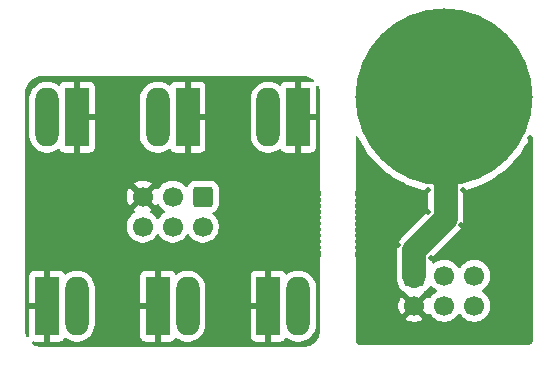
<source format=gtl>
%TF.GenerationSoftware,KiCad,Pcbnew,9.0.0*%
%TF.CreationDate,2025-02-27T10:50:10-06:00*%
%TF.ProjectId,SAO-CR1616,53414f2d-4352-4313-9631-362e6b696361,rev?*%
%TF.SameCoordinates,Original*%
%TF.FileFunction,Copper,L1,Top*%
%TF.FilePolarity,Positive*%
%FSLAX46Y46*%
G04 Gerber Fmt 4.6, Leading zero omitted, Abs format (unit mm)*
G04 Created by KiCad (PCBNEW 9.0.0) date 2025-02-27 10:50:10*
%MOMM*%
%LPD*%
G01*
G04 APERTURE LIST*
G04 Aperture macros list*
%AMRoundRect*
0 Rectangle with rounded corners*
0 $1 Rounding radius*
0 $2 $3 $4 $5 $6 $7 $8 $9 X,Y pos of 4 corners*
0 Add a 4 corners polygon primitive as box body*
4,1,4,$2,$3,$4,$5,$6,$7,$8,$9,$2,$3,0*
0 Add four circle primitives for the rounded corners*
1,1,$1+$1,$2,$3*
1,1,$1+$1,$4,$5*
1,1,$1+$1,$6,$7*
1,1,$1+$1,$8,$9*
0 Add four rect primitives between the rounded corners*
20,1,$1+$1,$2,$3,$4,$5,0*
20,1,$1+$1,$4,$5,$6,$7,0*
20,1,$1+$1,$6,$7,$8,$9,0*
20,1,$1+$1,$8,$9,$2,$3,0*%
G04 Aperture macros list end*
%TA.AperFunction,ComponentPad*%
%ADD10RoundRect,0.250000X-0.600000X0.600000X-0.600000X-0.600000X0.600000X-0.600000X0.600000X0.600000X0*%
%TD*%
%TA.AperFunction,ComponentPad*%
%ADD11C,1.700000*%
%TD*%
%TA.AperFunction,SMDPad,CuDef*%
%ADD12C,4.000000*%
%TD*%
%TA.AperFunction,ComponentPad*%
%ADD13R,2.000000X5.000000*%
%TD*%
%TA.AperFunction,ComponentPad*%
%ADD14O,2.000000X5.000000*%
%TD*%
%TA.AperFunction,SMDPad,CuDef*%
%ADD15C,15.000000*%
%TD*%
%TA.AperFunction,ViaPad*%
%ADD16C,0.500000*%
%TD*%
%TA.AperFunction,Conductor*%
%ADD17C,2.000000*%
%TD*%
G04 APERTURE END LIST*
D10*
%TO.P,J3,1,GPIO1*%
%TO.N,unconnected-(J3-GPIO1-Pad1)*%
X52540000Y-148730000D03*
D11*
%TO.P,J3,2,GPIO2*%
%TO.N,unconnected-(J3-GPIO2-Pad2)*%
X52540000Y-151270000D03*
%TO.P,J3,3,SDA*%
%TO.N,unconnected-(J3-SDA-Pad3)*%
X50000000Y-148730000D03*
%TO.P,J3,4,SCL*%
%TO.N,unconnected-(J3-SCL-Pad4)*%
X50000000Y-151270000D03*
%TO.P,J3,5,3V3*%
%TO.N,+3V0*%
X47460001Y-148730000D03*
%TO.P,J3,6,GND*%
%TO.N,GND*%
X47460000Y-151270000D03*
%TD*%
D12*
%TO.P,B4,1,1*%
%TO.N,+3V0*%
X72985106Y-140336892D03*
%TD*%
D13*
%TO.P,P5,1,Pin_1*%
%TO.N,+3V0*%
X48720000Y-158000000D03*
D14*
%TO.P,P5,2,Pin_2*%
%TO.N,GND*%
X51260000Y-158000000D03*
%TD*%
D15*
%TO.P,SAO-P1,1,1*%
%TO.N,+3V0*%
X72985106Y-140336892D03*
%TD*%
D13*
%TO.P,P4,1,Pin_1*%
%TO.N,+3V0*%
X58085000Y-158000000D03*
D14*
%TO.P,P4,2,Pin_2*%
%TO.N,GND*%
X60625000Y-158000000D03*
%TD*%
D10*
%TO.P,J2,1,3V3*%
%TO.N,+3V0*%
X70455107Y-155436892D03*
D11*
%TO.P,J2,2,GND*%
%TO.N,GND*%
X70455107Y-157976892D03*
%TO.P,J2,3,SDA*%
%TO.N,unconnected-(J2-SDA-Pad3)*%
X72995107Y-155436892D03*
%TO.P,J2,4,SCL*%
%TO.N,unconnected-(J2-SCL-Pad4)*%
X72995107Y-157976892D03*
%TO.P,J2,5,GPIO1*%
%TO.N,unconnected-(J2-GPIO1-Pad5)*%
X75535106Y-155436892D03*
%TO.P,J2,6,GPIO2*%
%TO.N,unconnected-(J2-GPIO2-Pad6)*%
X75535107Y-157976892D03*
%TD*%
D13*
%TO.P,P1,1,Pin_1*%
%TO.N,+3V0*%
X41905000Y-142000000D03*
D14*
%TO.P,P1,2,Pin_2*%
%TO.N,GND*%
X39365000Y-142000000D03*
%TD*%
D13*
%TO.P,P3,1,Pin_1*%
%TO.N,+3V0*%
X60635000Y-142000000D03*
D14*
%TO.P,P3,2,Pin_2*%
%TO.N,GND*%
X58095000Y-142000000D03*
%TD*%
D13*
%TO.P,P2,1,Pin_1*%
%TO.N,+3V0*%
X51270000Y-142000000D03*
D14*
%TO.P,P2,2,Pin_2*%
%TO.N,GND*%
X48730000Y-142000000D03*
%TD*%
D13*
%TO.P,P6,1,Pin_1*%
%TO.N,+3V0*%
X39355000Y-158000000D03*
D14*
%TO.P,P6,2,Pin_2*%
%TO.N,GND*%
X41895000Y-158000000D03*
%TD*%
D16*
%TO.N,GND*%
X69068969Y-152829303D03*
X71649108Y-148199549D03*
X79957106Y-161024892D03*
X74445400Y-151149409D03*
X80235107Y-143752893D03*
X65987108Y-161024892D03*
X74549106Y-148162580D03*
X65987107Y-145022891D03*
X71602803Y-150056586D03*
X71905107Y-153912893D03*
%TD*%
D17*
%TO.N,+3V0*%
X73099107Y-150610893D02*
X73099107Y-140450893D01*
X73099107Y-140450893D02*
X72985106Y-140336892D01*
X70455107Y-155436892D02*
X70455108Y-153254892D01*
X70455108Y-153254892D02*
X73099107Y-150610893D01*
%TD*%
%TA.AperFunction,Conductor*%
%TO.N,+3V0*%
G36*
X48575271Y-149491717D02*
G01*
X48575271Y-149491716D01*
X48614624Y-149437553D01*
X48619231Y-149428511D01*
X48667202Y-149377712D01*
X48735022Y-149360912D01*
X48801158Y-149383446D01*
X48840202Y-149428501D01*
X48844949Y-149437817D01*
X48969890Y-149609786D01*
X49120213Y-149760109D01*
X49292182Y-149885050D01*
X49300946Y-149889516D01*
X49351742Y-149937491D01*
X49368536Y-150005312D01*
X49345998Y-150071447D01*
X49300946Y-150110484D01*
X49292182Y-150114949D01*
X49120213Y-150239890D01*
X48969890Y-150390213D01*
X48844949Y-150562182D01*
X48840484Y-150570946D01*
X48792509Y-150621742D01*
X48724688Y-150638536D01*
X48658553Y-150615998D01*
X48619516Y-150570946D01*
X48615050Y-150562182D01*
X48490109Y-150390213D01*
X48339786Y-150239890D01*
X48167817Y-150114949D01*
X48158501Y-150110202D01*
X48107707Y-150062227D01*
X48090913Y-149994405D01*
X48113452Y-149928271D01*
X48158508Y-149889232D01*
X48167556Y-149884622D01*
X48221717Y-149845270D01*
X48221718Y-149845270D01*
X47589409Y-149212962D01*
X47652994Y-149195925D01*
X47767008Y-149130099D01*
X47860100Y-149037007D01*
X47925926Y-148922993D01*
X47942963Y-148859408D01*
X48575271Y-149491717D01*
G37*
%TD.AperFunction*%
%TA.AperFunction,Conductor*%
G36*
X61102967Y-138501839D02*
G01*
X61281356Y-138528269D01*
X61295273Y-138531154D01*
X61387463Y-138555856D01*
X61473802Y-138578992D01*
X61489160Y-138584206D01*
X61655226Y-138652992D01*
X61669774Y-138660166D01*
X61825445Y-138750043D01*
X61838928Y-138759052D01*
X61901023Y-138806699D01*
X61942226Y-138863125D01*
X61946381Y-138932871D01*
X61912169Y-138993792D01*
X61850452Y-139026545D01*
X61782205Y-139021256D01*
X61742383Y-139006404D01*
X61742372Y-139006401D01*
X61682844Y-139000000D01*
X60885000Y-139000000D01*
X60885000Y-141750000D01*
X62135000Y-141750000D01*
X62135000Y-139456332D01*
X62138174Y-139445519D01*
X62136970Y-139434314D01*
X62147843Y-139412592D01*
X62154685Y-139389293D01*
X62163200Y-139381914D01*
X62168246Y-139371835D01*
X62189136Y-139359440D01*
X62207489Y-139343538D01*
X62218643Y-139341934D01*
X62228335Y-139336184D01*
X62252605Y-139337050D01*
X62276647Y-139333594D01*
X62286898Y-139338275D01*
X62298160Y-139338678D01*
X62318108Y-139352528D01*
X62340203Y-139362619D01*
X62347785Y-139373134D01*
X62355552Y-139378527D01*
X62373561Y-139408880D01*
X62415792Y-139510837D01*
X62421006Y-139526195D01*
X62468843Y-139704722D01*
X62471729Y-139718641D01*
X62498161Y-139897029D01*
X62499500Y-139915204D01*
X62499500Y-148086895D01*
X62497198Y-148142369D01*
X62499500Y-148152647D01*
X62499500Y-148163182D01*
X62513202Y-148214318D01*
X62514419Y-148219267D01*
X62548263Y-148370382D01*
X62549452Y-148375726D01*
X62555122Y-148418781D01*
X62563592Y-148439232D01*
X62565938Y-148449766D01*
X62564304Y-148474294D01*
X62566931Y-148498735D01*
X62561729Y-148512936D01*
X62561294Y-148519481D01*
X62557417Y-148524712D01*
X62552290Y-148538713D01*
X62528795Y-148579408D01*
X62528793Y-148579413D01*
X62501500Y-148681273D01*
X62501500Y-148786727D01*
X62514780Y-148836287D01*
X62528793Y-148888586D01*
X62528794Y-148888589D01*
X62548084Y-148922000D01*
X62564557Y-148989900D01*
X62548084Y-149046000D01*
X62528794Y-149079410D01*
X62528793Y-149079413D01*
X62501500Y-149181273D01*
X62501500Y-149286727D01*
X62527416Y-149383446D01*
X62528793Y-149388586D01*
X62528794Y-149388589D01*
X62548084Y-149422000D01*
X62564557Y-149489900D01*
X62548084Y-149546000D01*
X62528794Y-149579410D01*
X62528793Y-149579413D01*
X62501500Y-149681273D01*
X62501500Y-149786727D01*
X62527846Y-149885050D01*
X62528793Y-149888586D01*
X62528794Y-149888589D01*
X62548084Y-149922000D01*
X62564557Y-149989900D01*
X62548084Y-150046000D01*
X62528794Y-150079410D01*
X62528793Y-150079413D01*
X62501500Y-150181273D01*
X62501500Y-150286726D01*
X62528793Y-150388586D01*
X62528794Y-150388589D01*
X62548084Y-150422000D01*
X62564557Y-150489900D01*
X62548084Y-150546000D01*
X62528794Y-150579410D01*
X62528793Y-150579413D01*
X62501500Y-150681273D01*
X62501500Y-150786726D01*
X62528793Y-150888586D01*
X62528794Y-150888589D01*
X62548084Y-150922000D01*
X62564557Y-150989900D01*
X62548084Y-151046000D01*
X62528794Y-151079410D01*
X62528793Y-151079413D01*
X62501500Y-151181273D01*
X62501500Y-151286727D01*
X62525498Y-151376287D01*
X62528793Y-151388586D01*
X62528794Y-151388589D01*
X62548084Y-151422000D01*
X62564557Y-151489900D01*
X62548084Y-151546000D01*
X62528794Y-151579410D01*
X62528793Y-151579413D01*
X62501500Y-151681273D01*
X62501500Y-151786727D01*
X62501952Y-151788412D01*
X62528793Y-151888586D01*
X62528794Y-151888589D01*
X62548084Y-151922000D01*
X62564557Y-151989900D01*
X62548084Y-152046000D01*
X62528794Y-152079410D01*
X62528793Y-152079413D01*
X62501500Y-152181273D01*
X62501500Y-152286727D01*
X62505085Y-152300104D01*
X62528793Y-152388586D01*
X62528794Y-152388589D01*
X62548084Y-152422000D01*
X62564557Y-152489900D01*
X62548084Y-152546000D01*
X62528794Y-152579410D01*
X62528793Y-152579413D01*
X62501500Y-152681273D01*
X62501500Y-152786727D01*
X62504461Y-152797775D01*
X62528793Y-152888586D01*
X62528794Y-152888589D01*
X62548084Y-152922000D01*
X62564557Y-152989900D01*
X62548084Y-153046000D01*
X62528794Y-153079410D01*
X62528793Y-153079413D01*
X62501500Y-153181273D01*
X62501500Y-153286727D01*
X62528793Y-153388587D01*
X62557773Y-153438783D01*
X62564632Y-153467054D01*
X62574227Y-153494513D01*
X62573099Y-153501956D01*
X62574246Y-153506680D01*
X62570977Y-153529657D01*
X62569095Y-153537513D01*
X62568738Y-153538197D01*
X62565925Y-153550751D01*
X62565719Y-153551615D01*
X62565383Y-153552199D01*
X62559691Y-153570186D01*
X62555123Y-153581213D01*
X62555122Y-153581219D01*
X62550166Y-153618856D01*
X62548229Y-153629767D01*
X62514427Y-153780691D01*
X62514428Y-153780692D01*
X62513866Y-153783202D01*
X62499500Y-153836821D01*
X62499500Y-153847348D01*
X62497198Y-153857627D01*
X62497198Y-153857632D01*
X62499393Y-153910525D01*
X62499500Y-153915666D01*
X62499500Y-160084794D01*
X62498161Y-160102967D01*
X62498161Y-160102969D01*
X62471729Y-160281357D01*
X62468843Y-160295276D01*
X62421006Y-160473803D01*
X62415792Y-160489161D01*
X62347007Y-160655224D01*
X62339833Y-160669772D01*
X62249957Y-160825442D01*
X62240946Y-160838928D01*
X62131521Y-160981535D01*
X62120826Y-160993730D01*
X61993730Y-161120826D01*
X61981535Y-161131521D01*
X61838931Y-161240944D01*
X61825445Y-161249955D01*
X61669774Y-161339832D01*
X61655226Y-161347006D01*
X61489160Y-161415792D01*
X61473802Y-161421006D01*
X61295276Y-161468843D01*
X61281357Y-161471729D01*
X61126284Y-161494706D01*
X61102967Y-161498161D01*
X61084794Y-161499500D01*
X38915205Y-161499500D01*
X38897031Y-161498161D01*
X38869430Y-161494071D01*
X38718641Y-161471729D01*
X38704722Y-161468843D01*
X38526195Y-161421006D01*
X38510837Y-161415792D01*
X38344774Y-161347007D01*
X38330226Y-161339833D01*
X38174556Y-161249957D01*
X38161070Y-161240946D01*
X38108435Y-161200558D01*
X38067232Y-161144130D01*
X38063077Y-161074384D01*
X38097289Y-161013464D01*
X38159006Y-160980711D01*
X38227257Y-160986001D01*
X38247622Y-160993597D01*
X38247627Y-160993598D01*
X38307155Y-160999999D01*
X38307172Y-161000000D01*
X39105000Y-161000000D01*
X39105000Y-158250000D01*
X37855000Y-158250000D01*
X37855000Y-160519526D01*
X37851825Y-160530337D01*
X37853030Y-160541543D01*
X37842156Y-160563264D01*
X37835315Y-160586565D01*
X37826800Y-160593943D01*
X37821755Y-160604022D01*
X37800863Y-160616417D01*
X37782511Y-160632320D01*
X37771357Y-160633923D01*
X37761666Y-160639674D01*
X37737394Y-160638807D01*
X37713353Y-160642264D01*
X37703101Y-160637582D01*
X37691841Y-160637180D01*
X37671892Y-160623329D01*
X37649797Y-160613239D01*
X37642215Y-160602725D01*
X37634448Y-160597332D01*
X37616439Y-160566978D01*
X37584206Y-160489160D01*
X37578992Y-160473802D01*
X37531155Y-160295277D01*
X37528269Y-160281356D01*
X37501839Y-160102967D01*
X37500500Y-160084794D01*
X37500500Y-157960504D01*
X39055000Y-157960504D01*
X39055000Y-158039496D01*
X39075444Y-158115796D01*
X39114940Y-158184205D01*
X39170795Y-158240060D01*
X39239204Y-158279556D01*
X39315504Y-158300000D01*
X39394496Y-158300000D01*
X39470796Y-158279556D01*
X39539205Y-158240060D01*
X39595060Y-158184205D01*
X39605000Y-158166988D01*
X39605000Y-161000000D01*
X40402828Y-161000000D01*
X40402844Y-160999999D01*
X40462372Y-160993598D01*
X40462379Y-160993596D01*
X40597086Y-160943354D01*
X40597093Y-160943350D01*
X40712187Y-160857190D01*
X40712190Y-160857187D01*
X40798350Y-160742093D01*
X40802604Y-160734304D01*
X40805883Y-160736094D01*
X40837118Y-160694276D01*
X40902556Y-160669789D01*
X40970845Y-160684566D01*
X40984410Y-160693137D01*
X41108567Y-160783343D01*
X41149313Y-160804104D01*
X41319003Y-160890566D01*
X41319005Y-160890566D01*
X41319008Y-160890568D01*
X41439412Y-160929689D01*
X41543631Y-160963553D01*
X41776903Y-161000500D01*
X41776908Y-161000500D01*
X42013097Y-161000500D01*
X42246368Y-160963553D01*
X42470992Y-160890568D01*
X42681433Y-160783343D01*
X42872510Y-160644517D01*
X42969183Y-160547844D01*
X47220000Y-160547844D01*
X47226401Y-160607372D01*
X47226403Y-160607379D01*
X47276645Y-160742086D01*
X47276649Y-160742093D01*
X47362809Y-160857187D01*
X47362812Y-160857190D01*
X47477906Y-160943350D01*
X47477913Y-160943354D01*
X47612620Y-160993596D01*
X47612627Y-160993598D01*
X47672155Y-160999999D01*
X47672172Y-161000000D01*
X48470000Y-161000000D01*
X48470000Y-158250000D01*
X47220000Y-158250000D01*
X47220000Y-160547844D01*
X42969183Y-160547844D01*
X43039517Y-160477510D01*
X43178343Y-160286433D01*
X43285568Y-160075992D01*
X43358553Y-159851368D01*
X43395500Y-159618097D01*
X43395500Y-157960504D01*
X48420000Y-157960504D01*
X48420000Y-158039496D01*
X48440444Y-158115796D01*
X48479940Y-158184205D01*
X48535795Y-158240060D01*
X48604204Y-158279556D01*
X48680504Y-158300000D01*
X48759496Y-158300000D01*
X48835796Y-158279556D01*
X48904205Y-158240060D01*
X48960060Y-158184205D01*
X48970000Y-158166988D01*
X48970000Y-161000000D01*
X49767828Y-161000000D01*
X49767844Y-160999999D01*
X49827372Y-160993598D01*
X49827379Y-160993596D01*
X49962086Y-160943354D01*
X49962093Y-160943350D01*
X50077187Y-160857190D01*
X50077190Y-160857187D01*
X50163350Y-160742093D01*
X50167604Y-160734304D01*
X50170883Y-160736094D01*
X50202118Y-160694276D01*
X50267556Y-160669789D01*
X50335845Y-160684566D01*
X50349410Y-160693137D01*
X50473567Y-160783343D01*
X50514313Y-160804104D01*
X50684003Y-160890566D01*
X50684005Y-160890566D01*
X50684008Y-160890568D01*
X50804412Y-160929689D01*
X50908631Y-160963553D01*
X51141903Y-161000500D01*
X51141908Y-161000500D01*
X51378097Y-161000500D01*
X51611368Y-160963553D01*
X51835992Y-160890568D01*
X52046433Y-160783343D01*
X52237510Y-160644517D01*
X52334183Y-160547844D01*
X56585000Y-160547844D01*
X56591401Y-160607372D01*
X56591403Y-160607379D01*
X56641645Y-160742086D01*
X56641649Y-160742093D01*
X56727809Y-160857187D01*
X56727812Y-160857190D01*
X56842906Y-160943350D01*
X56842913Y-160943354D01*
X56977620Y-160993596D01*
X56977627Y-160993598D01*
X57037155Y-160999999D01*
X57037172Y-161000000D01*
X57835000Y-161000000D01*
X57835000Y-158250000D01*
X56585000Y-158250000D01*
X56585000Y-160547844D01*
X52334183Y-160547844D01*
X52404517Y-160477510D01*
X52543343Y-160286433D01*
X52650568Y-160075992D01*
X52723553Y-159851368D01*
X52760500Y-159618097D01*
X52760500Y-157960504D01*
X57785000Y-157960504D01*
X57785000Y-158039496D01*
X57805444Y-158115796D01*
X57844940Y-158184205D01*
X57900795Y-158240060D01*
X57969204Y-158279556D01*
X58045504Y-158300000D01*
X58124496Y-158300000D01*
X58200796Y-158279556D01*
X58269205Y-158240060D01*
X58325060Y-158184205D01*
X58335000Y-158166988D01*
X58335000Y-161000000D01*
X59132828Y-161000000D01*
X59132844Y-160999999D01*
X59192372Y-160993598D01*
X59192379Y-160993596D01*
X59327086Y-160943354D01*
X59327093Y-160943350D01*
X59442187Y-160857190D01*
X59442190Y-160857187D01*
X59528350Y-160742093D01*
X59532604Y-160734304D01*
X59535883Y-160736094D01*
X59567118Y-160694276D01*
X59632556Y-160669789D01*
X59700845Y-160684566D01*
X59714410Y-160693137D01*
X59838567Y-160783343D01*
X59879313Y-160804104D01*
X60049003Y-160890566D01*
X60049005Y-160890566D01*
X60049008Y-160890568D01*
X60169412Y-160929689D01*
X60273631Y-160963553D01*
X60506903Y-161000500D01*
X60506908Y-161000500D01*
X60743097Y-161000500D01*
X60976368Y-160963553D01*
X61200992Y-160890568D01*
X61411433Y-160783343D01*
X61602510Y-160644517D01*
X61769517Y-160477510D01*
X61908343Y-160286433D01*
X62015568Y-160075992D01*
X62088553Y-159851368D01*
X62125500Y-159618097D01*
X62125500Y-156381902D01*
X62088553Y-156148631D01*
X62015566Y-155924003D01*
X61908342Y-155713566D01*
X61769517Y-155522490D01*
X61602510Y-155355483D01*
X61411433Y-155216657D01*
X61200996Y-155109433D01*
X60976368Y-155036446D01*
X60743097Y-154999500D01*
X60743092Y-154999500D01*
X60506908Y-154999500D01*
X60506903Y-154999500D01*
X60273631Y-155036446D01*
X60049003Y-155109433D01*
X59838566Y-155216657D01*
X59714422Y-155306854D01*
X59648615Y-155330334D01*
X59580561Y-155314509D01*
X59532942Y-155265510D01*
X59532604Y-155265696D01*
X59531938Y-155264478D01*
X59531866Y-155264403D01*
X59531719Y-155264076D01*
X59528350Y-155257906D01*
X59442190Y-155142812D01*
X59442187Y-155142809D01*
X59327093Y-155056649D01*
X59327086Y-155056645D01*
X59192379Y-155006403D01*
X59192372Y-155006401D01*
X59132844Y-155000000D01*
X58335000Y-155000000D01*
X58335000Y-157833011D01*
X58325060Y-157815795D01*
X58269205Y-157759940D01*
X58200796Y-157720444D01*
X58124496Y-157700000D01*
X58045504Y-157700000D01*
X57969204Y-157720444D01*
X57900795Y-157759940D01*
X57844940Y-157815795D01*
X57805444Y-157884204D01*
X57785000Y-157960504D01*
X52760500Y-157960504D01*
X52760500Y-156381902D01*
X52723553Y-156148631D01*
X52650566Y-155924003D01*
X52543342Y-155713566D01*
X52404517Y-155522490D01*
X52334182Y-155452155D01*
X56585000Y-155452155D01*
X56585000Y-157750000D01*
X57835000Y-157750000D01*
X57835000Y-155000000D01*
X57037155Y-155000000D01*
X56977627Y-155006401D01*
X56977620Y-155006403D01*
X56842913Y-155056645D01*
X56842906Y-155056649D01*
X56727812Y-155142809D01*
X56727809Y-155142812D01*
X56641649Y-155257906D01*
X56641645Y-155257913D01*
X56591403Y-155392620D01*
X56591401Y-155392627D01*
X56585000Y-155452155D01*
X52334182Y-155452155D01*
X52237510Y-155355483D01*
X52046433Y-155216657D01*
X51835996Y-155109433D01*
X51611368Y-155036446D01*
X51378097Y-154999500D01*
X51378092Y-154999500D01*
X51141908Y-154999500D01*
X51141903Y-154999500D01*
X50908631Y-155036446D01*
X50684003Y-155109433D01*
X50473566Y-155216657D01*
X50349422Y-155306854D01*
X50283615Y-155330334D01*
X50215561Y-155314509D01*
X50167942Y-155265510D01*
X50167604Y-155265696D01*
X50166938Y-155264478D01*
X50166866Y-155264403D01*
X50166719Y-155264076D01*
X50163350Y-155257906D01*
X50077190Y-155142812D01*
X50077187Y-155142809D01*
X49962093Y-155056649D01*
X49962086Y-155056645D01*
X49827379Y-155006403D01*
X49827372Y-155006401D01*
X49767844Y-155000000D01*
X48970000Y-155000000D01*
X48970000Y-157833011D01*
X48960060Y-157815795D01*
X48904205Y-157759940D01*
X48835796Y-157720444D01*
X48759496Y-157700000D01*
X48680504Y-157700000D01*
X48604204Y-157720444D01*
X48535795Y-157759940D01*
X48479940Y-157815795D01*
X48440444Y-157884204D01*
X48420000Y-157960504D01*
X43395500Y-157960504D01*
X43395500Y-156381902D01*
X43358553Y-156148631D01*
X43285566Y-155924003D01*
X43178342Y-155713566D01*
X43039517Y-155522490D01*
X42969182Y-155452155D01*
X47220000Y-155452155D01*
X47220000Y-157750000D01*
X48470000Y-157750000D01*
X48470000Y-155000000D01*
X47672155Y-155000000D01*
X47612627Y-155006401D01*
X47612620Y-155006403D01*
X47477913Y-155056645D01*
X47477906Y-155056649D01*
X47362812Y-155142809D01*
X47362809Y-155142812D01*
X47276649Y-155257906D01*
X47276645Y-155257913D01*
X47226403Y-155392620D01*
X47226401Y-155392627D01*
X47220000Y-155452155D01*
X42969182Y-155452155D01*
X42872510Y-155355483D01*
X42681433Y-155216657D01*
X42470996Y-155109433D01*
X42246368Y-155036446D01*
X42013097Y-154999500D01*
X42013092Y-154999500D01*
X41776908Y-154999500D01*
X41776903Y-154999500D01*
X41543631Y-155036446D01*
X41319003Y-155109433D01*
X41108566Y-155216657D01*
X40984422Y-155306854D01*
X40918615Y-155330334D01*
X40850561Y-155314509D01*
X40802942Y-155265510D01*
X40802604Y-155265696D01*
X40801938Y-155264478D01*
X40801866Y-155264403D01*
X40801719Y-155264076D01*
X40798350Y-155257906D01*
X40712190Y-155142812D01*
X40712187Y-155142809D01*
X40597093Y-155056649D01*
X40597086Y-155056645D01*
X40462379Y-155006403D01*
X40462372Y-155006401D01*
X40402844Y-155000000D01*
X39605000Y-155000000D01*
X39605000Y-157833011D01*
X39595060Y-157815795D01*
X39539205Y-157759940D01*
X39470796Y-157720444D01*
X39394496Y-157700000D01*
X39315504Y-157700000D01*
X39239204Y-157720444D01*
X39170795Y-157759940D01*
X39114940Y-157815795D01*
X39075444Y-157884204D01*
X39055000Y-157960504D01*
X37500500Y-157960504D01*
X37500500Y-155452155D01*
X37855000Y-155452155D01*
X37855000Y-157750000D01*
X39105000Y-157750000D01*
X39105000Y-155000000D01*
X38307155Y-155000000D01*
X38247627Y-155006401D01*
X38247620Y-155006403D01*
X38112913Y-155056645D01*
X38112906Y-155056649D01*
X37997812Y-155142809D01*
X37997809Y-155142812D01*
X37911649Y-155257906D01*
X37911645Y-155257913D01*
X37861403Y-155392620D01*
X37861401Y-155392627D01*
X37855000Y-155452155D01*
X37500500Y-155452155D01*
X37500500Y-151163713D01*
X46109500Y-151163713D01*
X46109500Y-151376287D01*
X46116740Y-151422000D01*
X46141671Y-151579410D01*
X46142754Y-151586243D01*
X46207895Y-151786726D01*
X46208444Y-151788414D01*
X46304951Y-151977820D01*
X46429890Y-152149786D01*
X46580213Y-152300109D01*
X46752179Y-152425048D01*
X46752181Y-152425049D01*
X46752184Y-152425051D01*
X46941588Y-152521557D01*
X47143757Y-152587246D01*
X47353713Y-152620500D01*
X47353714Y-152620500D01*
X47566286Y-152620500D01*
X47566287Y-152620500D01*
X47776243Y-152587246D01*
X47978412Y-152521557D01*
X48167816Y-152425051D01*
X48218006Y-152388586D01*
X48339786Y-152300109D01*
X48339788Y-152300106D01*
X48339792Y-152300104D01*
X48490104Y-152149792D01*
X48490106Y-152149788D01*
X48490109Y-152149786D01*
X48599086Y-151999789D01*
X48615051Y-151977816D01*
X48619514Y-151969054D01*
X48667488Y-151918259D01*
X48735308Y-151901463D01*
X48801444Y-151923999D01*
X48840486Y-151969056D01*
X48844951Y-151977820D01*
X48969890Y-152149786D01*
X49120213Y-152300109D01*
X49292179Y-152425048D01*
X49292181Y-152425049D01*
X49292184Y-152425051D01*
X49481588Y-152521557D01*
X49683757Y-152587246D01*
X49893713Y-152620500D01*
X49893714Y-152620500D01*
X50106286Y-152620500D01*
X50106287Y-152620500D01*
X50316243Y-152587246D01*
X50518412Y-152521557D01*
X50707816Y-152425051D01*
X50758006Y-152388586D01*
X50879786Y-152300109D01*
X50879788Y-152300106D01*
X50879792Y-152300104D01*
X51030104Y-152149792D01*
X51030106Y-152149788D01*
X51030109Y-152149786D01*
X51139086Y-151999789D01*
X51155051Y-151977816D01*
X51159514Y-151969054D01*
X51207488Y-151918259D01*
X51275308Y-151901463D01*
X51341444Y-151923999D01*
X51380486Y-151969056D01*
X51384951Y-151977820D01*
X51509890Y-152149786D01*
X51660213Y-152300109D01*
X51832179Y-152425048D01*
X51832181Y-152425049D01*
X51832184Y-152425051D01*
X52021588Y-152521557D01*
X52223757Y-152587246D01*
X52433713Y-152620500D01*
X52433714Y-152620500D01*
X52646286Y-152620500D01*
X52646287Y-152620500D01*
X52856243Y-152587246D01*
X53058412Y-152521557D01*
X53247816Y-152425051D01*
X53298006Y-152388586D01*
X53419786Y-152300109D01*
X53419788Y-152300106D01*
X53419792Y-152300104D01*
X53570104Y-152149792D01*
X53570106Y-152149788D01*
X53570109Y-152149786D01*
X53679086Y-151999789D01*
X53695051Y-151977816D01*
X53791557Y-151788412D01*
X53857246Y-151586243D01*
X53890500Y-151376287D01*
X53890500Y-151163713D01*
X53857246Y-150953757D01*
X53791557Y-150751588D01*
X53695051Y-150562184D01*
X53695049Y-150562181D01*
X53695048Y-150562179D01*
X53570109Y-150390213D01*
X53419790Y-150239894D01*
X53419785Y-150239890D01*
X53414891Y-150236334D01*
X53372227Y-150181003D01*
X53366249Y-150111390D01*
X53398857Y-150049595D01*
X53448774Y-150018312D01*
X53459334Y-150014814D01*
X53608656Y-149922712D01*
X53732712Y-149798656D01*
X53824814Y-149649334D01*
X53879999Y-149482797D01*
X53890500Y-149380009D01*
X53890499Y-148079992D01*
X53879999Y-147977203D01*
X53824814Y-147810666D01*
X53732712Y-147661344D01*
X53608656Y-147537288D01*
X53459334Y-147445186D01*
X53292797Y-147390001D01*
X53292795Y-147390000D01*
X53190010Y-147379500D01*
X51889998Y-147379500D01*
X51889981Y-147379501D01*
X51787203Y-147390000D01*
X51787200Y-147390001D01*
X51620668Y-147445185D01*
X51620663Y-147445187D01*
X51471342Y-147537289D01*
X51347289Y-147661342D01*
X51255187Y-147810663D01*
X51255183Y-147810673D01*
X51251685Y-147821229D01*
X51211910Y-147878672D01*
X51147393Y-147905493D01*
X51078618Y-147893174D01*
X51033663Y-147855106D01*
X51030105Y-147850209D01*
X50879786Y-147699890D01*
X50707820Y-147574951D01*
X50518414Y-147478444D01*
X50518413Y-147478443D01*
X50518412Y-147478443D01*
X50316243Y-147412754D01*
X50316241Y-147412753D01*
X50316240Y-147412753D01*
X50154957Y-147387208D01*
X50106287Y-147379500D01*
X49893713Y-147379500D01*
X49845042Y-147387208D01*
X49683760Y-147412753D01*
X49481585Y-147478444D01*
X49292179Y-147574951D01*
X49120213Y-147699890D01*
X48969890Y-147850213D01*
X48844950Y-148022181D01*
X48840201Y-148031501D01*
X48792223Y-148082294D01*
X48724402Y-148099086D01*
X48658268Y-148076545D01*
X48619232Y-148031491D01*
X48614625Y-148022449D01*
X48575271Y-147968282D01*
X48575270Y-147968282D01*
X47942963Y-148600590D01*
X47925926Y-148537007D01*
X47860100Y-148422993D01*
X47767008Y-148329901D01*
X47652994Y-148264075D01*
X47589410Y-148247037D01*
X48221717Y-147614728D01*
X48167551Y-147575375D01*
X47978218Y-147478904D01*
X47776130Y-147413242D01*
X47566247Y-147380000D01*
X47353755Y-147380000D01*
X47143873Y-147413242D01*
X47143870Y-147413242D01*
X46941783Y-147478904D01*
X46752440Y-147575380D01*
X46698283Y-147614727D01*
X46698283Y-147614728D01*
X47330592Y-148247037D01*
X47267008Y-148264075D01*
X47152994Y-148329901D01*
X47059902Y-148422993D01*
X46994076Y-148537007D01*
X46977038Y-148600591D01*
X46344729Y-147968282D01*
X46344728Y-147968282D01*
X46305381Y-148022439D01*
X46208905Y-148211782D01*
X46143243Y-148413869D01*
X46143243Y-148413872D01*
X46110001Y-148623753D01*
X46110001Y-148836246D01*
X46143243Y-149046127D01*
X46143243Y-149046130D01*
X46208905Y-149248217D01*
X46305376Y-149437550D01*
X46344729Y-149491716D01*
X46977038Y-148859408D01*
X46994076Y-148922993D01*
X47059902Y-149037007D01*
X47152994Y-149130099D01*
X47267008Y-149195925D01*
X47330591Y-149212962D01*
X46698283Y-149845269D01*
X46698283Y-149845270D01*
X46752453Y-149884626D01*
X46752454Y-149884627D01*
X46761499Y-149889236D01*
X46812293Y-149937211D01*
X46829087Y-150005033D01*
X46806548Y-150071167D01*
X46761499Y-150110202D01*
X46752182Y-150114949D01*
X46580213Y-150239890D01*
X46429890Y-150390213D01*
X46304951Y-150562179D01*
X46208444Y-150751585D01*
X46142753Y-150953760D01*
X46137029Y-150989900D01*
X46109500Y-151163713D01*
X37500500Y-151163713D01*
X37500500Y-140381902D01*
X37864500Y-140381902D01*
X37864500Y-143618097D01*
X37901446Y-143851368D01*
X37974433Y-144075996D01*
X38081657Y-144286433D01*
X38220483Y-144477510D01*
X38387490Y-144644517D01*
X38578567Y-144783343D01*
X38677991Y-144834002D01*
X38789003Y-144890566D01*
X38789005Y-144890566D01*
X38789008Y-144890568D01*
X38909412Y-144929689D01*
X39013631Y-144963553D01*
X39246903Y-145000500D01*
X39246908Y-145000500D01*
X39483097Y-145000500D01*
X39716368Y-144963553D01*
X39940992Y-144890568D01*
X40151433Y-144783343D01*
X40275579Y-144693145D01*
X40341383Y-144669665D01*
X40409437Y-144685490D01*
X40457057Y-144734489D01*
X40457396Y-144734304D01*
X40458061Y-144735522D01*
X40458132Y-144735595D01*
X40458276Y-144735916D01*
X40461649Y-144742093D01*
X40547809Y-144857187D01*
X40547812Y-144857190D01*
X40662906Y-144943350D01*
X40662913Y-144943354D01*
X40797620Y-144993596D01*
X40797627Y-144993598D01*
X40857155Y-144999999D01*
X40857172Y-145000000D01*
X41655000Y-145000000D01*
X42155000Y-145000000D01*
X42952828Y-145000000D01*
X42952844Y-144999999D01*
X43012372Y-144993598D01*
X43012379Y-144993596D01*
X43147086Y-144943354D01*
X43147093Y-144943350D01*
X43262187Y-144857190D01*
X43262190Y-144857187D01*
X43348350Y-144742093D01*
X43348354Y-144742086D01*
X43398596Y-144607379D01*
X43398598Y-144607372D01*
X43404999Y-144547844D01*
X43405000Y-144547827D01*
X43405000Y-142250000D01*
X42155000Y-142250000D01*
X42155000Y-145000000D01*
X41655000Y-145000000D01*
X41655000Y-142166988D01*
X41664940Y-142184205D01*
X41720795Y-142240060D01*
X41789204Y-142279556D01*
X41865504Y-142300000D01*
X41944496Y-142300000D01*
X42020796Y-142279556D01*
X42089205Y-142240060D01*
X42145060Y-142184205D01*
X42184556Y-142115796D01*
X42205000Y-142039496D01*
X42205000Y-141960504D01*
X42184556Y-141884204D01*
X42145060Y-141815795D01*
X42089205Y-141759940D01*
X42071988Y-141750000D01*
X42155000Y-141750000D01*
X43405000Y-141750000D01*
X43405000Y-140381902D01*
X47229500Y-140381902D01*
X47229500Y-143618097D01*
X47266446Y-143851368D01*
X47339433Y-144075996D01*
X47446657Y-144286433D01*
X47585483Y-144477510D01*
X47752490Y-144644517D01*
X47943567Y-144783343D01*
X48042991Y-144834002D01*
X48154003Y-144890566D01*
X48154005Y-144890566D01*
X48154008Y-144890568D01*
X48274412Y-144929689D01*
X48378631Y-144963553D01*
X48611903Y-145000500D01*
X48611908Y-145000500D01*
X48848097Y-145000500D01*
X49081368Y-144963553D01*
X49305992Y-144890568D01*
X49516433Y-144783343D01*
X49640579Y-144693145D01*
X49706383Y-144669665D01*
X49774437Y-144685490D01*
X49822057Y-144734489D01*
X49822396Y-144734304D01*
X49823061Y-144735522D01*
X49823132Y-144735595D01*
X49823276Y-144735916D01*
X49826649Y-144742093D01*
X49912809Y-144857187D01*
X49912812Y-144857190D01*
X50027906Y-144943350D01*
X50027913Y-144943354D01*
X50162620Y-144993596D01*
X50162627Y-144993598D01*
X50222155Y-144999999D01*
X50222172Y-145000000D01*
X51020000Y-145000000D01*
X51520000Y-145000000D01*
X52317828Y-145000000D01*
X52317844Y-144999999D01*
X52377372Y-144993598D01*
X52377379Y-144993596D01*
X52512086Y-144943354D01*
X52512093Y-144943350D01*
X52627187Y-144857190D01*
X52627190Y-144857187D01*
X52713350Y-144742093D01*
X52713354Y-144742086D01*
X52763596Y-144607379D01*
X52763598Y-144607372D01*
X52769999Y-144547844D01*
X52770000Y-144547827D01*
X52770000Y-142250000D01*
X51520000Y-142250000D01*
X51520000Y-145000000D01*
X51020000Y-145000000D01*
X51020000Y-142166988D01*
X51029940Y-142184205D01*
X51085795Y-142240060D01*
X51154204Y-142279556D01*
X51230504Y-142300000D01*
X51309496Y-142300000D01*
X51385796Y-142279556D01*
X51454205Y-142240060D01*
X51510060Y-142184205D01*
X51549556Y-142115796D01*
X51570000Y-142039496D01*
X51570000Y-141960504D01*
X51549556Y-141884204D01*
X51510060Y-141815795D01*
X51454205Y-141759940D01*
X51436988Y-141750000D01*
X51520000Y-141750000D01*
X52770000Y-141750000D01*
X52770000Y-140381902D01*
X56594500Y-140381902D01*
X56594500Y-143618097D01*
X56631446Y-143851368D01*
X56704433Y-144075996D01*
X56811657Y-144286433D01*
X56950483Y-144477510D01*
X57117490Y-144644517D01*
X57308567Y-144783343D01*
X57407991Y-144834002D01*
X57519003Y-144890566D01*
X57519005Y-144890566D01*
X57519008Y-144890568D01*
X57639412Y-144929689D01*
X57743631Y-144963553D01*
X57976903Y-145000500D01*
X57976908Y-145000500D01*
X58213097Y-145000500D01*
X58446368Y-144963553D01*
X58670992Y-144890568D01*
X58881433Y-144783343D01*
X59005579Y-144693145D01*
X59071383Y-144669665D01*
X59139437Y-144685490D01*
X59187057Y-144734489D01*
X59187396Y-144734304D01*
X59188061Y-144735522D01*
X59188132Y-144735595D01*
X59188276Y-144735916D01*
X59191649Y-144742093D01*
X59277809Y-144857187D01*
X59277812Y-144857190D01*
X59392906Y-144943350D01*
X59392913Y-144943354D01*
X59527620Y-144993596D01*
X59527627Y-144993598D01*
X59587155Y-144999999D01*
X59587172Y-145000000D01*
X60385000Y-145000000D01*
X60885000Y-145000000D01*
X61682828Y-145000000D01*
X61682844Y-144999999D01*
X61742372Y-144993598D01*
X61742379Y-144993596D01*
X61877086Y-144943354D01*
X61877093Y-144943350D01*
X61992187Y-144857190D01*
X61992190Y-144857187D01*
X62078350Y-144742093D01*
X62078354Y-144742086D01*
X62128596Y-144607379D01*
X62128598Y-144607372D01*
X62134999Y-144547844D01*
X62135000Y-144547827D01*
X62135000Y-142250000D01*
X60885000Y-142250000D01*
X60885000Y-145000000D01*
X60385000Y-145000000D01*
X60385000Y-142166988D01*
X60394940Y-142184205D01*
X60450795Y-142240060D01*
X60519204Y-142279556D01*
X60595504Y-142300000D01*
X60674496Y-142300000D01*
X60750796Y-142279556D01*
X60819205Y-142240060D01*
X60875060Y-142184205D01*
X60914556Y-142115796D01*
X60935000Y-142039496D01*
X60935000Y-141960504D01*
X60914556Y-141884204D01*
X60875060Y-141815795D01*
X60819205Y-141759940D01*
X60750796Y-141720444D01*
X60674496Y-141700000D01*
X60595504Y-141700000D01*
X60519204Y-141720444D01*
X60450795Y-141759940D01*
X60394940Y-141815795D01*
X60385000Y-141833011D01*
X60385000Y-139000000D01*
X59587155Y-139000000D01*
X59527627Y-139006401D01*
X59527620Y-139006403D01*
X59392913Y-139056645D01*
X59392906Y-139056649D01*
X59277812Y-139142809D01*
X59277809Y-139142812D01*
X59191649Y-139257906D01*
X59187396Y-139265696D01*
X59184184Y-139263942D01*
X59152435Y-139306056D01*
X59086888Y-139330249D01*
X59018666Y-139315165D01*
X59005585Y-139306859D01*
X58881433Y-139216657D01*
X58670996Y-139109433D01*
X58446368Y-139036446D01*
X58213097Y-138999500D01*
X58213092Y-138999500D01*
X57976908Y-138999500D01*
X57976903Y-138999500D01*
X57743631Y-139036446D01*
X57519003Y-139109433D01*
X57308566Y-139216657D01*
X57199550Y-139295862D01*
X57117490Y-139355483D01*
X57117488Y-139355485D01*
X57117487Y-139355485D01*
X56950485Y-139522487D01*
X56950485Y-139522488D01*
X56950483Y-139522490D01*
X56934910Y-139543925D01*
X56811657Y-139713566D01*
X56704433Y-139924003D01*
X56631446Y-140148631D01*
X56594500Y-140381902D01*
X52770000Y-140381902D01*
X52770000Y-139452172D01*
X52769999Y-139452155D01*
X52763598Y-139392627D01*
X52763596Y-139392620D01*
X52713354Y-139257913D01*
X52713350Y-139257906D01*
X52627190Y-139142812D01*
X52627187Y-139142809D01*
X52512093Y-139056649D01*
X52512086Y-139056645D01*
X52377379Y-139006403D01*
X52377372Y-139006401D01*
X52317844Y-139000000D01*
X51520000Y-139000000D01*
X51520000Y-141750000D01*
X51436988Y-141750000D01*
X51385796Y-141720444D01*
X51309496Y-141700000D01*
X51230504Y-141700000D01*
X51154204Y-141720444D01*
X51085795Y-141759940D01*
X51029940Y-141815795D01*
X51020000Y-141833011D01*
X51020000Y-139000000D01*
X50222155Y-139000000D01*
X50162627Y-139006401D01*
X50162620Y-139006403D01*
X50027913Y-139056645D01*
X50027906Y-139056649D01*
X49912812Y-139142809D01*
X49912809Y-139142812D01*
X49826649Y-139257906D01*
X49822396Y-139265696D01*
X49819184Y-139263942D01*
X49787435Y-139306056D01*
X49721888Y-139330249D01*
X49653666Y-139315165D01*
X49640585Y-139306859D01*
X49516433Y-139216657D01*
X49305996Y-139109433D01*
X49081368Y-139036446D01*
X48848097Y-138999500D01*
X48848092Y-138999500D01*
X48611908Y-138999500D01*
X48611903Y-138999500D01*
X48378631Y-139036446D01*
X48154003Y-139109433D01*
X47943566Y-139216657D01*
X47834550Y-139295862D01*
X47752490Y-139355483D01*
X47752488Y-139355485D01*
X47752487Y-139355485D01*
X47585485Y-139522487D01*
X47585485Y-139522488D01*
X47585483Y-139522490D01*
X47569910Y-139543925D01*
X47446657Y-139713566D01*
X47339433Y-139924003D01*
X47266446Y-140148631D01*
X47229500Y-140381902D01*
X43405000Y-140381902D01*
X43405000Y-139452172D01*
X43404999Y-139452155D01*
X43398598Y-139392627D01*
X43398596Y-139392620D01*
X43348354Y-139257913D01*
X43348350Y-139257906D01*
X43262190Y-139142812D01*
X43262187Y-139142809D01*
X43147093Y-139056649D01*
X43147086Y-139056645D01*
X43012379Y-139006403D01*
X43012372Y-139006401D01*
X42952844Y-139000000D01*
X42155000Y-139000000D01*
X42155000Y-141750000D01*
X42071988Y-141750000D01*
X42020796Y-141720444D01*
X41944496Y-141700000D01*
X41865504Y-141700000D01*
X41789204Y-141720444D01*
X41720795Y-141759940D01*
X41664940Y-141815795D01*
X41655000Y-141833011D01*
X41655000Y-139000000D01*
X40857155Y-139000000D01*
X40797627Y-139006401D01*
X40797620Y-139006403D01*
X40662913Y-139056645D01*
X40662906Y-139056649D01*
X40547812Y-139142809D01*
X40547809Y-139142812D01*
X40461649Y-139257906D01*
X40457396Y-139265696D01*
X40454184Y-139263942D01*
X40422435Y-139306056D01*
X40356888Y-139330249D01*
X40288666Y-139315165D01*
X40275585Y-139306859D01*
X40151433Y-139216657D01*
X39940996Y-139109433D01*
X39716368Y-139036446D01*
X39483097Y-138999500D01*
X39483092Y-138999500D01*
X39246908Y-138999500D01*
X39246903Y-138999500D01*
X39013631Y-139036446D01*
X38789003Y-139109433D01*
X38578566Y-139216657D01*
X38469550Y-139295862D01*
X38387490Y-139355483D01*
X38387488Y-139355485D01*
X38387487Y-139355485D01*
X38220485Y-139522487D01*
X38220485Y-139522488D01*
X38220483Y-139522490D01*
X38204910Y-139543925D01*
X38081657Y-139713566D01*
X37974433Y-139924003D01*
X37901446Y-140148631D01*
X37864500Y-140381902D01*
X37500500Y-140381902D01*
X37500500Y-139915204D01*
X37501839Y-139897031D01*
X37528269Y-139718642D01*
X37531155Y-139704721D01*
X37574242Y-139543925D01*
X37578992Y-139526194D01*
X37584206Y-139510838D01*
X37652992Y-139344772D01*
X37660162Y-139330230D01*
X37750047Y-139174546D01*
X37759049Y-139161073D01*
X37868483Y-139018455D01*
X37879164Y-139006276D01*
X38006276Y-138879164D01*
X38018455Y-138868483D01*
X38161076Y-138759047D01*
X38174549Y-138750045D01*
X38330232Y-138660161D01*
X38344774Y-138652991D01*
X38510837Y-138584206D01*
X38526195Y-138578992D01*
X38704728Y-138531153D01*
X38718638Y-138528269D01*
X38805392Y-138515416D01*
X38897032Y-138501839D01*
X38915205Y-138500500D01*
X61084794Y-138500500D01*
X61102967Y-138501839D01*
G37*
%TD.AperFunction*%
%TD*%
%TA.AperFunction,Conductor*%
%TO.N,GND*%
G36*
X80430721Y-143647803D02*
G01*
X80474885Y-143701944D01*
X80484608Y-143750078D01*
X80484608Y-160806208D01*
X80484011Y-160818363D01*
X80473831Y-160921712D01*
X80469089Y-160945552D01*
X80447892Y-161015429D01*
X80438589Y-161037887D01*
X80404169Y-161102282D01*
X80390664Y-161122494D01*
X80344342Y-161178937D01*
X80327155Y-161196125D01*
X80270710Y-161242449D01*
X80250497Y-161255954D01*
X80186105Y-161290372D01*
X80163648Y-161299674D01*
X80093765Y-161320873D01*
X80069923Y-161325616D01*
X79966587Y-161335794D01*
X79954433Y-161336391D01*
X66015780Y-161336391D01*
X66003627Y-161335794D01*
X65900290Y-161325617D01*
X65876446Y-161320874D01*
X65806563Y-161299674D01*
X65784109Y-161290373D01*
X65719715Y-161255955D01*
X65699501Y-161242449D01*
X65643061Y-161196130D01*
X65625871Y-161178940D01*
X65612983Y-161163236D01*
X65579546Y-161122491D01*
X65566043Y-161102282D01*
X65545973Y-161064734D01*
X65531622Y-161037884D01*
X65522322Y-161015433D01*
X65522321Y-161015429D01*
X65501123Y-160945547D01*
X65496384Y-160921721D01*
X65486205Y-160818363D01*
X65485608Y-160806210D01*
X65485608Y-153913094D01*
X65487910Y-153857631D01*
X65485608Y-153847352D01*
X65485608Y-153836821D01*
X65471893Y-153785635D01*
X65470690Y-153780744D01*
X65436861Y-153629693D01*
X65436350Y-153627297D01*
X65435500Y-153623105D01*
X65429986Y-153581219D01*
X65424159Y-153567151D01*
X65421779Y-153555409D01*
X65423783Y-153532058D01*
X65421278Y-153508761D01*
X65427161Y-153492694D01*
X65427754Y-153485795D01*
X65431438Y-153481016D01*
X65435921Y-153468776D01*
X65467207Y-153414587D01*
X65494500Y-153312727D01*
X65494500Y-153207273D01*
X65467207Y-153105413D01*
X65447915Y-153071998D01*
X65431442Y-153004102D01*
X65447914Y-152948002D01*
X65467207Y-152914587D01*
X65494500Y-152812727D01*
X65494500Y-152707273D01*
X65467207Y-152605413D01*
X65447915Y-152571998D01*
X65431442Y-152504102D01*
X65447914Y-152448002D01*
X65467207Y-152414587D01*
X65494500Y-152312727D01*
X65494500Y-152207273D01*
X65467207Y-152105413D01*
X65447915Y-152071998D01*
X65431442Y-152004102D01*
X65447914Y-151948002D01*
X65467207Y-151914587D01*
X65494500Y-151812727D01*
X65494500Y-151707273D01*
X65467207Y-151605413D01*
X65447915Y-151571998D01*
X65431442Y-151504102D01*
X65447914Y-151448002D01*
X65467207Y-151414587D01*
X65494500Y-151312727D01*
X65494500Y-151207273D01*
X65467207Y-151105413D01*
X65447915Y-151071998D01*
X65431442Y-151004102D01*
X65447914Y-150948002D01*
X65467207Y-150914587D01*
X65494500Y-150812727D01*
X65494500Y-150707273D01*
X65467207Y-150605413D01*
X65447915Y-150571998D01*
X65431442Y-150504102D01*
X65447914Y-150448002D01*
X65467207Y-150414587D01*
X65494500Y-150312727D01*
X65494500Y-150207273D01*
X65467207Y-150105413D01*
X65447915Y-150071998D01*
X65431442Y-150004102D01*
X65447914Y-149948002D01*
X65467207Y-149914587D01*
X65494500Y-149812727D01*
X65494500Y-149707273D01*
X65467207Y-149605413D01*
X65447915Y-149571998D01*
X65431442Y-149504102D01*
X65447914Y-149448002D01*
X65467207Y-149414587D01*
X65494500Y-149312727D01*
X65494500Y-149207273D01*
X65467207Y-149105413D01*
X65447915Y-149071998D01*
X65431442Y-149004102D01*
X65447914Y-148948002D01*
X65467207Y-148914587D01*
X65494500Y-148812727D01*
X65494500Y-148707273D01*
X65467207Y-148605413D01*
X65431591Y-148543724D01*
X65424940Y-148516309D01*
X65415243Y-148489818D01*
X65416036Y-148479607D01*
X65415119Y-148475828D01*
X65417976Y-148454630D01*
X65418977Y-148450160D01*
X65425422Y-148429798D01*
X65429986Y-148418781D01*
X65434940Y-148381144D01*
X65436871Y-148370259D01*
X65471241Y-148216797D01*
X65485608Y-148163179D01*
X65485608Y-148152647D01*
X65487910Y-148142369D01*
X65487668Y-148136541D01*
X65485715Y-148089473D01*
X65485608Y-148084332D01*
X65485608Y-143750086D01*
X65505293Y-143683047D01*
X65558097Y-143637292D01*
X65627255Y-143627348D01*
X65690811Y-143656373D01*
X65720820Y-143695242D01*
X65925514Y-144110322D01*
X66187418Y-144563953D01*
X66187434Y-144563978D01*
X66478437Y-144999494D01*
X66478442Y-144999501D01*
X66797323Y-145415074D01*
X67142700Y-145808902D01*
X67513096Y-146179298D01*
X67906924Y-146524675D01*
X68322497Y-146843556D01*
X68322503Y-146843560D01*
X68758019Y-147134563D01*
X68758044Y-147134579D01*
X69211675Y-147396483D01*
X69656724Y-147615956D01*
X69681475Y-147628162D01*
X70165420Y-147828619D01*
X70661439Y-147996995D01*
X71167409Y-148132569D01*
X71167412Y-148132569D01*
X71167421Y-148132572D01*
X71167425Y-148132573D01*
X71498798Y-148198486D01*
X71560709Y-148230870D01*
X71595283Y-148291586D01*
X71598607Y-148320103D01*
X71598607Y-149938004D01*
X71578922Y-150005043D01*
X71562288Y-150025685D01*
X69431341Y-152156631D01*
X69431341Y-152156632D01*
X69310593Y-152277378D01*
X69171765Y-152468457D01*
X69064541Y-152678894D01*
X68991554Y-152903522D01*
X68954607Y-153136793D01*
X68954607Y-155554988D01*
X68991554Y-155788260D01*
X68991554Y-155788263D01*
X69064537Y-156012879D01*
X69064537Y-156012881D01*
X69094679Y-156072038D01*
X69107552Y-156115729D01*
X69110513Y-156144709D01*
X69115108Y-156189689D01*
X69170293Y-156356226D01*
X69262395Y-156505548D01*
X69386451Y-156629604D01*
X69535773Y-156721706D01*
X69607877Y-156745599D01*
X69665321Y-156785370D01*
X69692145Y-156849886D01*
X69692304Y-156860535D01*
X70325698Y-157493929D01*
X70262114Y-157510967D01*
X70148100Y-157576793D01*
X70055008Y-157669885D01*
X69989182Y-157783899D01*
X69972144Y-157847483D01*
X69339835Y-157215174D01*
X69339834Y-157215174D01*
X69300487Y-157269331D01*
X69204011Y-157458674D01*
X69138349Y-157660761D01*
X69138349Y-157660764D01*
X69105107Y-157870645D01*
X69105107Y-158083138D01*
X69138349Y-158293019D01*
X69138349Y-158293022D01*
X69204011Y-158495109D01*
X69300482Y-158684442D01*
X69339835Y-158738608D01*
X69972144Y-158106300D01*
X69989182Y-158169885D01*
X70055008Y-158283899D01*
X70148100Y-158376991D01*
X70262114Y-158442817D01*
X70325697Y-158459854D01*
X69693389Y-159092161D01*
X69693389Y-159092162D01*
X69747556Y-159131516D01*
X69936889Y-159227987D01*
X70138977Y-159293649D01*
X70348861Y-159326892D01*
X70561353Y-159326892D01*
X70771234Y-159293649D01*
X70771237Y-159293649D01*
X70973324Y-159227987D01*
X71162661Y-159131514D01*
X71216823Y-159092162D01*
X71216824Y-159092162D01*
X70584515Y-158459854D01*
X70648100Y-158442817D01*
X70762114Y-158376991D01*
X70855206Y-158283899D01*
X70921032Y-158169885D01*
X70938069Y-158106300D01*
X71570377Y-158738609D01*
X71570377Y-158738608D01*
X71609729Y-158684447D01*
X71614339Y-158675399D01*
X71662312Y-158624601D01*
X71730132Y-158607804D01*
X71796268Y-158630339D01*
X71835311Y-158675396D01*
X71840056Y-158684709D01*
X71964997Y-158856678D01*
X72115320Y-159007001D01*
X72287286Y-159131940D01*
X72287288Y-159131941D01*
X72287291Y-159131943D01*
X72476695Y-159228449D01*
X72678864Y-159294138D01*
X72888820Y-159327392D01*
X72888821Y-159327392D01*
X73101393Y-159327392D01*
X73101394Y-159327392D01*
X73311350Y-159294138D01*
X73513519Y-159228449D01*
X73702923Y-159131943D01*
X73757679Y-159092161D01*
X73874893Y-159007001D01*
X73874895Y-159006998D01*
X73874899Y-159006996D01*
X74025211Y-158856684D01*
X74025213Y-158856680D01*
X74025216Y-158856678D01*
X74150155Y-158684712D01*
X74150157Y-158684709D01*
X74150158Y-158684708D01*
X74154621Y-158675946D01*
X74202595Y-158625151D01*
X74270415Y-158608355D01*
X74336551Y-158630891D01*
X74375593Y-158675948D01*
X74380058Y-158684712D01*
X74504997Y-158856678D01*
X74655320Y-159007001D01*
X74827286Y-159131940D01*
X74827288Y-159131941D01*
X74827291Y-159131943D01*
X75016695Y-159228449D01*
X75218864Y-159294138D01*
X75428820Y-159327392D01*
X75428821Y-159327392D01*
X75641393Y-159327392D01*
X75641394Y-159327392D01*
X75851350Y-159294138D01*
X76053519Y-159228449D01*
X76242923Y-159131943D01*
X76297679Y-159092161D01*
X76414893Y-159007001D01*
X76414895Y-159006998D01*
X76414899Y-159006996D01*
X76565211Y-158856684D01*
X76565213Y-158856680D01*
X76565216Y-158856678D01*
X76690155Y-158684712D01*
X76690157Y-158684709D01*
X76690158Y-158684708D01*
X76786664Y-158495304D01*
X76852353Y-158293135D01*
X76885607Y-158083179D01*
X76885607Y-157870605D01*
X76852353Y-157660649D01*
X76786664Y-157458480D01*
X76690158Y-157269076D01*
X76690156Y-157269073D01*
X76690155Y-157269071D01*
X76565216Y-157097105D01*
X76414893Y-156946782D01*
X76242922Y-156821840D01*
X76242919Y-156821838D01*
X76234157Y-156817373D01*
X76183363Y-156769397D01*
X76166570Y-156701575D01*
X76189110Y-156635441D01*
X76234164Y-156596405D01*
X76242922Y-156591943D01*
X76264895Y-156575978D01*
X76414892Y-156467001D01*
X76414894Y-156466998D01*
X76414898Y-156466996D01*
X76565210Y-156316684D01*
X76565212Y-156316680D01*
X76565215Y-156316678D01*
X76690154Y-156144712D01*
X76690156Y-156144709D01*
X76690157Y-156144708D01*
X76786663Y-155955304D01*
X76852352Y-155753135D01*
X76885606Y-155543179D01*
X76885606Y-155330605D01*
X76852352Y-155120649D01*
X76786663Y-154918480D01*
X76690157Y-154729076D01*
X76690155Y-154729073D01*
X76690154Y-154729071D01*
X76565215Y-154557105D01*
X76414892Y-154406782D01*
X76242926Y-154281843D01*
X76053520Y-154185336D01*
X76053519Y-154185335D01*
X76053518Y-154185335D01*
X75851349Y-154119646D01*
X75851347Y-154119645D01*
X75851346Y-154119645D01*
X75690063Y-154094100D01*
X75641393Y-154086392D01*
X75428819Y-154086392D01*
X75380148Y-154094100D01*
X75218866Y-154119645D01*
X75016691Y-154185336D01*
X74827285Y-154281843D01*
X74655319Y-154406782D01*
X74504996Y-154557105D01*
X74380054Y-154729075D01*
X74375588Y-154737841D01*
X74327612Y-154788634D01*
X74259790Y-154805427D01*
X74193656Y-154782887D01*
X74154620Y-154737834D01*
X74150155Y-154729071D01*
X74025216Y-154557105D01*
X73874893Y-154406782D01*
X73702927Y-154281843D01*
X73513521Y-154185336D01*
X73513520Y-154185335D01*
X73513519Y-154185335D01*
X73311350Y-154119646D01*
X73311348Y-154119645D01*
X73311347Y-154119645D01*
X73150064Y-154094100D01*
X73101394Y-154086392D01*
X72888820Y-154086392D01*
X72840149Y-154094100D01*
X72678867Y-154119645D01*
X72476692Y-154185336D01*
X72287291Y-154281840D01*
X72152492Y-154379777D01*
X72086685Y-154403256D01*
X72018631Y-154387430D01*
X71969937Y-154337324D01*
X71955607Y-154279458D01*
X71955607Y-153927781D01*
X71975292Y-153860742D01*
X71991926Y-153840100D01*
X73019301Y-152812725D01*
X74243624Y-151588403D01*
X74382450Y-151397327D01*
X74489675Y-151186885D01*
X74491498Y-151181275D01*
X74512377Y-151117016D01*
X74512377Y-151117015D01*
X74519700Y-151094477D01*
X74562660Y-150962261D01*
X74593111Y-150770000D01*
X74599607Y-150728990D01*
X74599607Y-148274751D01*
X74619292Y-148207712D01*
X74672096Y-148161957D01*
X74699411Y-148153134D01*
X74802803Y-148132569D01*
X75308773Y-147996995D01*
X75804792Y-147828619D01*
X76288737Y-147628162D01*
X76758536Y-147396483D01*
X77212176Y-147134574D01*
X77647715Y-146843556D01*
X78063288Y-146524675D01*
X78457116Y-146179298D01*
X78827512Y-145808902D01*
X79172889Y-145415074D01*
X79491770Y-144999501D01*
X79782788Y-144563962D01*
X80044697Y-144110322D01*
X80088504Y-144021491D01*
X80249396Y-143695234D01*
X80296701Y-143643815D01*
X80364296Y-143626133D01*
X80430721Y-143647803D01*
G37*
%TD.AperFunction*%
%TA.AperFunction,Conductor*%
G36*
X71916479Y-156273711D02*
G01*
X71961445Y-156311787D01*
X71965001Y-156316682D01*
X72115320Y-156467001D01*
X72287289Y-156591942D01*
X72296053Y-156596408D01*
X72346849Y-156644383D01*
X72363643Y-156712204D01*
X72341105Y-156778339D01*
X72296053Y-156817376D01*
X72287289Y-156821841D01*
X72115320Y-156946782D01*
X71964997Y-157097105D01*
X71840056Y-157269074D01*
X71835309Y-157278391D01*
X71787334Y-157329185D01*
X71719512Y-157345979D01*
X71653378Y-157323440D01*
X71614341Y-157278387D01*
X71609733Y-157269344D01*
X71570377Y-157215174D01*
X71570376Y-157215174D01*
X70938069Y-157847482D01*
X70921032Y-157783899D01*
X70855206Y-157669885D01*
X70762114Y-157576793D01*
X70648100Y-157510967D01*
X70584516Y-157493929D01*
X71220996Y-156857447D01*
X71232084Y-156804660D01*
X71281134Y-156754902D01*
X71302329Y-156745601D01*
X71374441Y-156721706D01*
X71523763Y-156629604D01*
X71647819Y-156505548D01*
X71739921Y-156356226D01*
X71743420Y-156345666D01*
X71783188Y-156288224D01*
X71847703Y-156261399D01*
X71916479Y-156273711D01*
G37*
%TD.AperFunction*%
%TD*%
M02*

</source>
